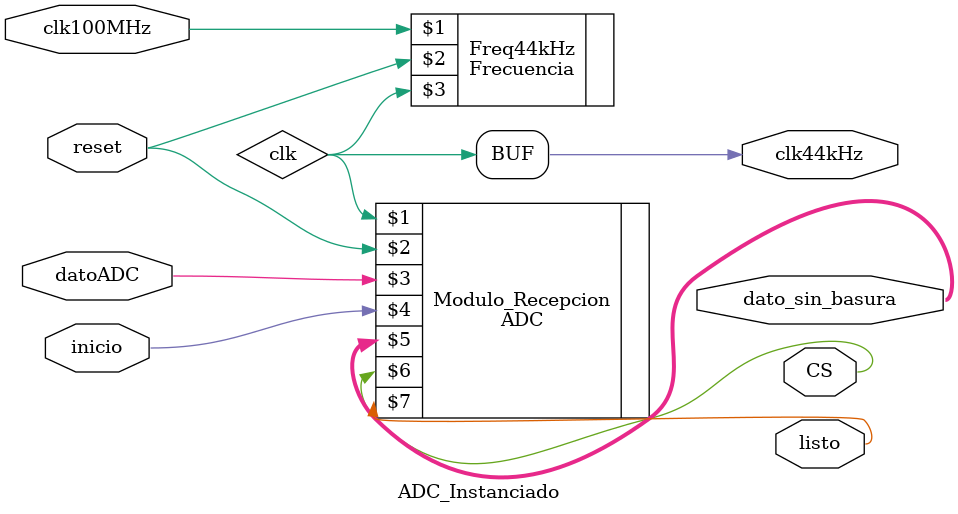
<source format=v>
`timescale 1ns / 1ps
module ADC_Instanciado#(parameter width = 4)

	(input clk100MHz, reset,datoADC,inicio,
	//output [width-1:0] data_out,
	output  [width-1:0] dato_sin_basura,
	output listo,clk44kHz,CS
    );
	 
	wire clk;//done;
	//wire [width-1:0] datoEntra_Registro;
	
	Frecuencia Freq44kHz (clk100MHz,reset,clk);
	ADC Modulo_Recepcion (clk,reset,datoADC,inicio, dato_sin_basura,CS,listo);
	
	
	
	assign clk44kHz = clk;
	//assign listo = done;

endmodule

</source>
